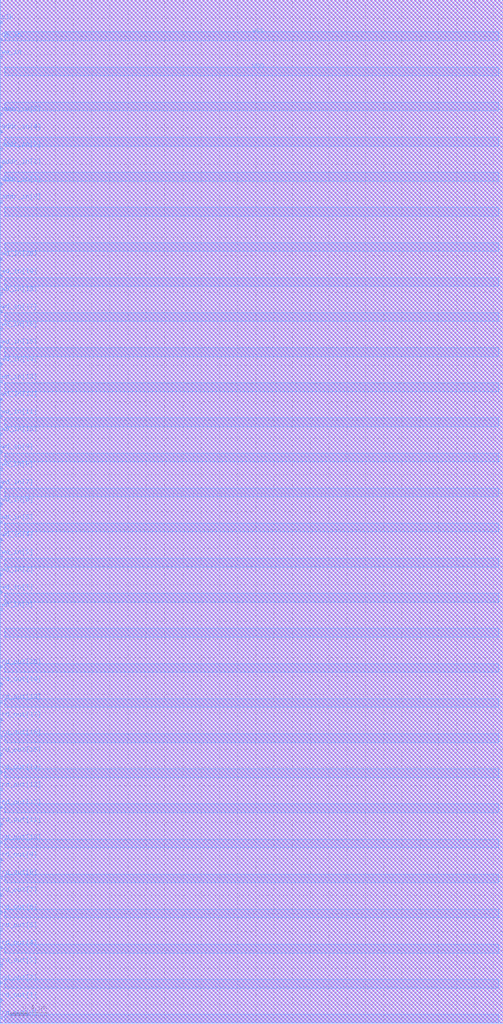
<source format=lef>
# Generated by FakeRAM 2.0
VERSION 5.7 ;
BUSBITCHARS "[]" ;
PROPERTYDEFINITIONS
  MACRO width INTEGER ;
  MACRO depth INTEGER ;
  MACRO banks INTEGER ;
END PROPERTYDEFINITIONS
MACRO fakeram7_64x21_upper
  PROPERTY width 21 ;
  PROPERTY depth 64 ;
  PROPERTY banks 2 ;
  FOREIGN fakeram7_64x21_upper 0 0 ;
  SYMMETRY X Y R90 ;
  SIZE 5.510 BY 11.200 ;
  CLASS BLOCK ;
  PIN rd_out[0]
    DIRECTION OUTPUT ;
    USE SIGNAL ;
    SHAPE ABUTMENT ;
    PORT
      LAYER M4_m ;
      RECT 0.000 0.048 0.024 0.072 ;
    END
  END rd_out[0]
  PIN rd_out[1]
    DIRECTION OUTPUT ;
    USE SIGNAL ;
    SHAPE ABUTMENT ;
    PORT
      LAYER M4_m ;
      RECT 0.000 0.240 0.024 0.264 ;
    END
  END rd_out[1]
  PIN rd_out[2]
    DIRECTION OUTPUT ;
    USE SIGNAL ;
    SHAPE ABUTMENT ;
    PORT
      LAYER M4_m ;
      RECT 0.000 0.432 0.024 0.456 ;
    END
  END rd_out[2]
  PIN rd_out[3]
    DIRECTION OUTPUT ;
    USE SIGNAL ;
    SHAPE ABUTMENT ;
    PORT
      LAYER M4_m ;
      RECT 0.000 0.624 0.024 0.648 ;
    END
  END rd_out[3]
  PIN rd_out[4]
    DIRECTION OUTPUT ;
    USE SIGNAL ;
    SHAPE ABUTMENT ;
    PORT
      LAYER M4_m ;
      RECT 0.000 0.816 0.024 0.840 ;
    END
  END rd_out[4]
  PIN rd_out[5]
    DIRECTION OUTPUT ;
    USE SIGNAL ;
    SHAPE ABUTMENT ;
    PORT
      LAYER M4_m ;
      RECT 0.000 1.008 0.024 1.032 ;
    END
  END rd_out[5]
  PIN rd_out[6]
    DIRECTION OUTPUT ;
    USE SIGNAL ;
    SHAPE ABUTMENT ;
    PORT
      LAYER M4_m ;
      RECT 0.000 1.200 0.024 1.224 ;
    END
  END rd_out[6]
  PIN rd_out[7]
    DIRECTION OUTPUT ;
    USE SIGNAL ;
    SHAPE ABUTMENT ;
    PORT
      LAYER M4_m ;
      RECT 0.000 1.392 0.024 1.416 ;
    END
  END rd_out[7]
  PIN rd_out[8]
    DIRECTION OUTPUT ;
    USE SIGNAL ;
    SHAPE ABUTMENT ;
    PORT
      LAYER M4_m ;
      RECT 0.000 1.584 0.024 1.608 ;
    END
  END rd_out[8]
  PIN rd_out[9]
    DIRECTION OUTPUT ;
    USE SIGNAL ;
    SHAPE ABUTMENT ;
    PORT
      LAYER M4_m ;
      RECT 0.000 1.776 0.024 1.800 ;
    END
  END rd_out[9]
  PIN rd_out[10]
    DIRECTION OUTPUT ;
    USE SIGNAL ;
    SHAPE ABUTMENT ;
    PORT
      LAYER M4_m ;
      RECT 0.000 1.968 0.024 1.992 ;
    END
  END rd_out[10]
  PIN rd_out[11]
    DIRECTION OUTPUT ;
    USE SIGNAL ;
    SHAPE ABUTMENT ;
    PORT
      LAYER M4_m ;
      RECT 0.000 2.160 0.024 2.184 ;
    END
  END rd_out[11]
  PIN rd_out[12]
    DIRECTION OUTPUT ;
    USE SIGNAL ;
    SHAPE ABUTMENT ;
    PORT
      LAYER M4_m ;
      RECT 0.000 2.352 0.024 2.376 ;
    END
  END rd_out[12]
  PIN rd_out[13]
    DIRECTION OUTPUT ;
    USE SIGNAL ;
    SHAPE ABUTMENT ;
    PORT
      LAYER M4_m ;
      RECT 0.000 2.544 0.024 2.568 ;
    END
  END rd_out[13]
  PIN rd_out[14]
    DIRECTION OUTPUT ;
    USE SIGNAL ;
    SHAPE ABUTMENT ;
    PORT
      LAYER M4_m ;
      RECT 0.000 2.736 0.024 2.760 ;
    END
  END rd_out[14]
  PIN rd_out[15]
    DIRECTION OUTPUT ;
    USE SIGNAL ;
    SHAPE ABUTMENT ;
    PORT
      LAYER M4_m ;
      RECT 0.000 2.928 0.024 2.952 ;
    END
  END rd_out[15]
  PIN rd_out[16]
    DIRECTION OUTPUT ;
    USE SIGNAL ;
    SHAPE ABUTMENT ;
    PORT
      LAYER M4_m ;
      RECT 0.000 3.120 0.024 3.144 ;
    END
  END rd_out[16]
  PIN rd_out[17]
    DIRECTION OUTPUT ;
    USE SIGNAL ;
    SHAPE ABUTMENT ;
    PORT
      LAYER M4_m ;
      RECT 0.000 3.312 0.024 3.336 ;
    END
  END rd_out[17]
  PIN rd_out[18]
    DIRECTION OUTPUT ;
    USE SIGNAL ;
    SHAPE ABUTMENT ;
    PORT
      LAYER M4_m ;
      RECT 0.000 3.504 0.024 3.528 ;
    END
  END rd_out[18]
  PIN rd_out[19]
    DIRECTION OUTPUT ;
    USE SIGNAL ;
    SHAPE ABUTMENT ;
    PORT
      LAYER M4_m ;
      RECT 0.000 3.696 0.024 3.720 ;
    END
  END rd_out[19]
  PIN rd_out[20]
    DIRECTION OUTPUT ;
    USE SIGNAL ;
    SHAPE ABUTMENT ;
    PORT
      LAYER M4_m ;
      RECT 0.000 3.888 0.024 3.912 ;
    END
  END rd_out[20]
  PIN wd_in[0]
    DIRECTION INPUT ;
    USE SIGNAL ;
    SHAPE ABUTMENT ;
    PORT
      LAYER M4_m ;
      RECT 0.000 4.512 0.024 4.536 ;
    END
  END wd_in[0]
  PIN wd_in[1]
    DIRECTION INPUT ;
    USE SIGNAL ;
    SHAPE ABUTMENT ;
    PORT
      LAYER M4_m ;
      RECT 0.000 4.704 0.024 4.728 ;
    END
  END wd_in[1]
  PIN wd_in[2]
    DIRECTION INPUT ;
    USE SIGNAL ;
    SHAPE ABUTMENT ;
    PORT
      LAYER M4_m ;
      RECT 0.000 4.896 0.024 4.920 ;
    END
  END wd_in[2]
  PIN wd_in[3]
    DIRECTION INPUT ;
    USE SIGNAL ;
    SHAPE ABUTMENT ;
    PORT
      LAYER M4_m ;
      RECT 0.000 5.088 0.024 5.112 ;
    END
  END wd_in[3]
  PIN wd_in[4]
    DIRECTION INPUT ;
    USE SIGNAL ;
    SHAPE ABUTMENT ;
    PORT
      LAYER M4_m ;
      RECT 0.000 5.280 0.024 5.304 ;
    END
  END wd_in[4]
  PIN wd_in[5]
    DIRECTION INPUT ;
    USE SIGNAL ;
    SHAPE ABUTMENT ;
    PORT
      LAYER M4_m ;
      RECT 0.000 5.472 0.024 5.496 ;
    END
  END wd_in[5]
  PIN wd_in[6]
    DIRECTION INPUT ;
    USE SIGNAL ;
    SHAPE ABUTMENT ;
    PORT
      LAYER M4_m ;
      RECT 0.000 5.664 0.024 5.688 ;
    END
  END wd_in[6]
  PIN wd_in[7]
    DIRECTION INPUT ;
    USE SIGNAL ;
    SHAPE ABUTMENT ;
    PORT
      LAYER M4_m ;
      RECT 0.000 5.856 0.024 5.880 ;
    END
  END wd_in[7]
  PIN wd_in[8]
    DIRECTION INPUT ;
    USE SIGNAL ;
    SHAPE ABUTMENT ;
    PORT
      LAYER M4_m ;
      RECT 0.000 6.048 0.024 6.072 ;
    END
  END wd_in[8]
  PIN wd_in[9]
    DIRECTION INPUT ;
    USE SIGNAL ;
    SHAPE ABUTMENT ;
    PORT
      LAYER M4_m ;
      RECT 0.000 6.240 0.024 6.264 ;
    END
  END wd_in[9]
  PIN wd_in[10]
    DIRECTION INPUT ;
    USE SIGNAL ;
    SHAPE ABUTMENT ;
    PORT
      LAYER M4_m ;
      RECT 0.000 6.432 0.024 6.456 ;
    END
  END wd_in[10]
  PIN wd_in[11]
    DIRECTION INPUT ;
    USE SIGNAL ;
    SHAPE ABUTMENT ;
    PORT
      LAYER M4_m ;
      RECT 0.000 6.624 0.024 6.648 ;
    END
  END wd_in[11]
  PIN wd_in[12]
    DIRECTION INPUT ;
    USE SIGNAL ;
    SHAPE ABUTMENT ;
    PORT
      LAYER M4_m ;
      RECT 0.000 6.816 0.024 6.840 ;
    END
  END wd_in[12]
  PIN wd_in[13]
    DIRECTION INPUT ;
    USE SIGNAL ;
    SHAPE ABUTMENT ;
    PORT
      LAYER M4_m ;
      RECT 0.000 7.008 0.024 7.032 ;
    END
  END wd_in[13]
  PIN wd_in[14]
    DIRECTION INPUT ;
    USE SIGNAL ;
    SHAPE ABUTMENT ;
    PORT
      LAYER M4_m ;
      RECT 0.000 7.200 0.024 7.224 ;
    END
  END wd_in[14]
  PIN wd_in[15]
    DIRECTION INPUT ;
    USE SIGNAL ;
    SHAPE ABUTMENT ;
    PORT
      LAYER M4_m ;
      RECT 0.000 7.392 0.024 7.416 ;
    END
  END wd_in[15]
  PIN wd_in[16]
    DIRECTION INPUT ;
    USE SIGNAL ;
    SHAPE ABUTMENT ;
    PORT
      LAYER M4_m ;
      RECT 0.000 7.584 0.024 7.608 ;
    END
  END wd_in[16]
  PIN wd_in[17]
    DIRECTION INPUT ;
    USE SIGNAL ;
    SHAPE ABUTMENT ;
    PORT
      LAYER M4_m ;
      RECT 0.000 7.776 0.024 7.800 ;
    END
  END wd_in[17]
  PIN wd_in[18]
    DIRECTION INPUT ;
    USE SIGNAL ;
    SHAPE ABUTMENT ;
    PORT
      LAYER M4_m ;
      RECT 0.000 7.968 0.024 7.992 ;
    END
  END wd_in[18]
  PIN wd_in[19]
    DIRECTION INPUT ;
    USE SIGNAL ;
    SHAPE ABUTMENT ;
    PORT
      LAYER M4_m ;
      RECT 0.000 8.160 0.024 8.184 ;
    END
  END wd_in[19]
  PIN wd_in[20]
    DIRECTION INPUT ;
    USE SIGNAL ;
    SHAPE ABUTMENT ;
    PORT
      LAYER M4_m ;
      RECT 0.000 8.352 0.024 8.376 ;
    END
  END wd_in[20]
  PIN addr_in[0]
    DIRECTION INPUT ;
    USE SIGNAL ;
    SHAPE ABUTMENT ;
    PORT
      LAYER M4_m ;
      RECT 0.000 8.976 0.024 9.000 ;
    END
  END addr_in[0]
  PIN addr_in[1]
    DIRECTION INPUT ;
    USE SIGNAL ;
    SHAPE ABUTMENT ;
    PORT
      LAYER M4_m ;
      RECT 0.000 9.168 0.024 9.192 ;
    END
  END addr_in[1]
  PIN addr_in[2]
    DIRECTION INPUT ;
    USE SIGNAL ;
    SHAPE ABUTMENT ;
    PORT
      LAYER M4_m ;
      RECT 0.000 9.360 0.024 9.384 ;
    END
  END addr_in[2]
  PIN addr_in[3]
    DIRECTION INPUT ;
    USE SIGNAL ;
    SHAPE ABUTMENT ;
    PORT
      LAYER M4_m ;
      RECT 0.000 9.552 0.024 9.576 ;
    END
  END addr_in[3]
  PIN addr_in[4]
    DIRECTION INPUT ;
    USE SIGNAL ;
    SHAPE ABUTMENT ;
    PORT
      LAYER M4_m ;
      RECT 0.000 9.744 0.024 9.768 ;
    END
  END addr_in[4]
  PIN addr_in[5]
    DIRECTION INPUT ;
    USE SIGNAL ;
    SHAPE ABUTMENT ;
    PORT
      LAYER M4_m ;
      RECT 0.000 9.936 0.024 9.960 ;
    END
  END addr_in[5]
  PIN we_in
    DIRECTION INPUT ;
    USE SIGNAL ;
    SHAPE ABUTMENT ;
    PORT
      LAYER M4_m ;
      RECT 0.000 10.560 0.024 10.584 ;
    END
  END we_in
  PIN ce_in
    DIRECTION INPUT ;
    USE SIGNAL ;
    SHAPE ABUTMENT ;
    PORT
      LAYER M4_m ;
      RECT 0.000 10.752 0.024 10.776 ;
    END
  END ce_in
  PIN clk
    DIRECTION INPUT ;
    USE SIGNAL ;
    SHAPE ABUTMENT ;
    PORT
      LAYER M4_m ;
      RECT 0.000 10.944 0.024 10.968 ;
    END
  END clk
  PIN VSS
    DIRECTION INOUT ;
    USE GROUND ;
    PORT
      LAYER M4_m ;
      RECT 0.048 0.000 5.462 0.096 ;
      RECT 0.048 0.768 5.462 0.864 ;
      RECT 0.048 1.536 5.462 1.632 ;
      RECT 0.048 2.304 5.462 2.400 ;
      RECT 0.048 3.072 5.462 3.168 ;
      RECT 0.048 3.840 5.462 3.936 ;
      RECT 0.048 4.608 5.462 4.704 ;
      RECT 0.048 5.376 5.462 5.472 ;
      RECT 0.048 6.144 5.462 6.240 ;
      RECT 0.048 6.912 5.462 7.008 ;
      RECT 0.048 7.680 5.462 7.776 ;
      RECT 0.048 8.448 5.462 8.544 ;
      RECT 0.048 9.216 5.462 9.312 ;
      RECT 0.048 9.984 5.462 10.080 ;
      RECT 0.048 10.752 5.462 10.848 ;
    END
  END VSS
  PIN VDD
    DIRECTION INOUT ;
    USE POWER ;
    PORT
      LAYER M4_m ;
      RECT 0.048 0.384 5.462 0.480 ;
      RECT 0.048 1.152 5.462 1.248 ;
      RECT 0.048 1.920 5.462 2.016 ;
      RECT 0.048 2.688 5.462 2.784 ;
      RECT 0.048 3.456 5.462 3.552 ;
      RECT 0.048 4.224 5.462 4.320 ;
      RECT 0.048 4.992 5.462 5.088 ;
      RECT 0.048 5.760 5.462 5.856 ;
      RECT 0.048 6.528 5.462 6.624 ;
      RECT 0.048 7.296 5.462 7.392 ;
      RECT 0.048 8.064 5.462 8.160 ;
      RECT 0.048 8.832 5.462 8.928 ;
      RECT 0.048 9.600 5.462 9.696 ;
      RECT 0.048 10.368 5.462 10.464 ;
    END
  END VDD
  OBS
    LAYER M1_m ;
    RECT 0 0 5.510 11.200 ;
    LAYER M2_m ;
    RECT 0 0 5.510 11.200 ;
    LAYER M3_m ;
    RECT 0 0 5.510 11.200 ;
    LAYER M4_m ;
    RECT 0 0 5.510 11.200 ;
  END
END fakeram7_64x21_upper

END LIBRARY

</source>
